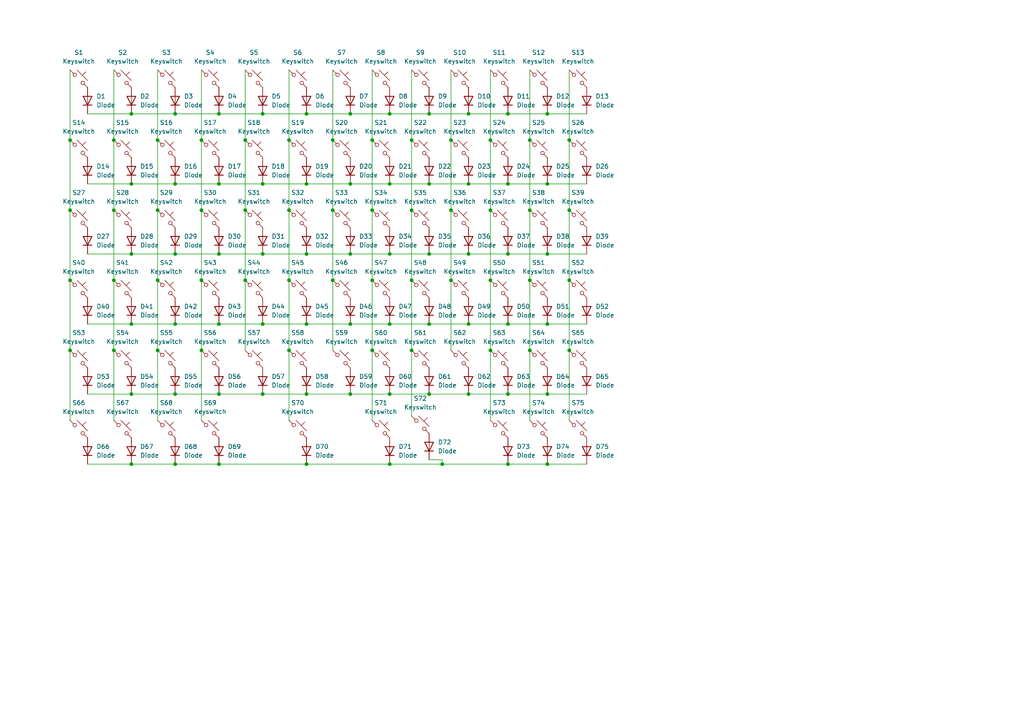
<source format=kicad_sch>
(kicad_sch (version 20230121) (generator eeschema)
  (paper "A4")
  (junction (at 101.6 33.02))
  (junction (at 153.67 40.64))
  (junction (at 158.75 73.66))
  (junction (at 107.95 40.64))
  (junction (at 153.67 81.28))
  (junction (at 50.8 134.62))
  (junction (at 50.8 93.98))
  (junction (at 71.12 40.64))
  (junction (at 113.03 93.98))
  (junction (at 96.52 40.64))
  (junction (at 38.1 93.98))
  (junction (at 101.6 93.98))
  (junction (at 113.03 134.62))
  (junction (at 107.95 60.96))
  (junction (at 165.1 40.64))
  (junction (at 76.2 114.3))
  (junction (at 63.5 73.66))
  (junction (at 165.1 101.6))
  (junction (at 147.32 33.02))
  (junction (at 124.46 53.34))
  (junction (at 38.1 53.34))
  (junction (at 158.75 53.34))
  (junction (at 38.1 134.62))
  (junction (at 130.81 60.96))
  (junction (at 88.9 53.34))
  (junction (at 63.5 53.34))
  (junction (at 76.2 93.98))
  (junction (at 38.1 73.66))
  (junction (at 158.75 33.02))
  (junction (at 128.27 134.62))
  (junction (at 88.9 93.98))
  (junction (at 20.32 60.96))
  (junction (at 101.6 73.66))
  (junction (at 45.72 101.6))
  (junction (at 119.38 40.64))
  (junction (at 113.03 53.34))
  (junction (at 71.12 60.96))
  (junction (at 130.81 81.28))
  (junction (at 50.8 53.34))
  (junction (at 38.1 114.3))
  (junction (at 135.89 93.98))
  (junction (at 158.75 134.62))
  (junction (at 76.2 73.66))
  (junction (at 45.72 60.96))
  (junction (at 135.89 114.3))
  (junction (at 50.8 33.02))
  (junction (at 107.95 101.6))
  (junction (at 135.89 33.02))
  (junction (at 83.82 101.6))
  (junction (at 119.38 81.28))
  (junction (at 20.32 40.64))
  (junction (at 101.6 53.34))
  (junction (at 83.82 60.96))
  (junction (at 147.32 53.34))
  (junction (at 88.9 114.3))
  (junction (at 113.03 114.3))
  (junction (at 101.6 114.3))
  (junction (at 96.52 81.28))
  (junction (at 124.46 33.02))
  (junction (at 107.95 81.28))
  (junction (at 58.42 101.6))
  (junction (at 124.46 73.66))
  (junction (at 142.24 81.28))
  (junction (at 88.9 73.66))
  (junction (at 147.32 114.3))
  (junction (at 45.72 81.28))
  (junction (at 158.75 114.3))
  (junction (at 33.02 40.64))
  (junction (at 147.32 93.98))
  (junction (at 142.24 60.96))
  (junction (at 20.32 101.6))
  (junction (at 113.03 33.02))
  (junction (at 50.8 73.66))
  (junction (at 63.5 114.3))
  (junction (at 38.1 33.02))
  (junction (at 142.24 40.64))
  (junction (at 33.02 81.28))
  (junction (at 63.5 93.98))
  (junction (at 33.02 101.6))
  (junction (at 153.67 101.6))
  (junction (at 83.82 40.64))
  (junction (at 119.38 60.96))
  (junction (at 63.5 33.02))
  (junction (at 153.67 60.96))
  (junction (at 124.46 93.98))
  (junction (at 135.89 73.66))
  (junction (at 58.42 81.28))
  (junction (at 158.75 93.98))
  (junction (at 142.24 101.6))
  (junction (at 71.12 81.28))
  (junction (at 96.52 60.96))
  (junction (at 135.89 53.34))
  (junction (at 147.32 73.66))
  (junction (at 147.32 134.62))
  (junction (at 58.42 60.96))
  (junction (at 20.32 81.28))
  (junction (at 76.2 53.34))
  (junction (at 45.72 40.64))
  (junction (at 88.9 33.02))
  (junction (at 113.03 73.66))
  (junction (at 165.1 81.28))
  (junction (at 88.9 134.62))
  (junction (at 165.1 60.96))
  (junction (at 124.46 114.3))
  (junction (at 130.81 40.64))
  (junction (at 33.02 60.96))
  (junction (at 63.5 134.62))
  (junction (at 58.42 40.64))
  (junction (at 83.82 81.28))
  (junction (at 76.2 33.02))
  (junction (at 50.8 114.3))
  (junction (at 119.38 101.6))
  (wire (pts (xy 50.8 53.34) (xy 63.5 53.34)))
  (wire (pts (xy 124.46 33.02) (xy 135.89 33.02)))
  (wire (pts (xy 142.24 60.96) (xy 142.24 81.28)))
  (wire (pts (xy 142.24 40.64) (xy 142.24 60.96)))
  (wire (pts (xy 147.32 93.98) (xy 158.75 93.98)))
  (wire (pts (xy 25.4 134.62) (xy 38.1 134.62)))
  (wire (pts (xy 33.02 20.32) (xy 33.02 40.64)))
  (wire (pts (xy 165.1 81.28) (xy 165.1 101.6)))
  (wire (pts (xy 50.8 93.98) (xy 63.5 93.98)))
  (wire (pts (xy 128.27 134.62) (xy 147.32 134.62)))
  (wire (pts (xy 165.1 60.96) (xy 165.1 81.28)))
  (wire (pts (xy 71.12 40.64) (xy 71.12 60.96)))
  (wire (pts (xy 83.82 20.32) (xy 83.82 40.64)))
  (wire (pts (xy 124.46 114.3) (xy 135.89 114.3)))
  (wire (pts (xy 165.1 101.6) (xy 165.1 121.92)))
  (wire (pts (xy 142.24 20.32) (xy 142.24 40.64)))
  (wire (pts (xy 50.8 33.02) (xy 63.5 33.02)))
  (wire (pts (xy 20.32 101.6) (xy 20.32 121.92)))
  (wire (pts (xy 107.95 20.32) (xy 107.95 40.64)))
  (wire (pts (xy 88.9 114.3) (xy 101.6 114.3)))
  (wire (pts (xy 165.1 40.64) (xy 165.1 60.96)))
  (wire (pts (xy 135.89 93.98) (xy 147.32 93.98)))
  (wire (pts (xy 63.5 73.66) (xy 76.2 73.66)))
  (wire (pts (xy 71.12 20.32) (xy 71.12 40.64)))
  (wire (pts (xy 113.03 114.3) (xy 124.46 114.3)))
  (wire (pts (xy 63.5 93.98) (xy 76.2 93.98)))
  (wire (pts (xy 101.6 114.3) (xy 113.03 114.3)))
  (wire (pts (xy 107.95 81.28) (xy 107.95 101.6)))
  (wire (pts (xy 58.42 81.28) (xy 58.42 101.6)))
  (wire (pts (xy 38.1 53.34) (xy 50.8 53.34)))
  (wire (pts (xy 130.81 40.64) (xy 130.81 60.96)))
  (wire (pts (xy 147.32 114.3) (xy 135.89 114.3)))
  (wire (pts (xy 135.89 73.66) (xy 147.32 73.66)))
  (wire (pts (xy 128.27 133.35) (xy 128.27 134.62)))
  (wire (pts (xy 119.38 81.28) (xy 119.38 101.6)))
  (wire (pts (xy 153.67 40.64) (xy 153.67 60.96)))
  (wire (pts (xy 63.5 33.02) (xy 76.2 33.02)))
  (wire (pts (xy 50.8 134.62) (xy 63.5 134.62)))
  (wire (pts (xy 25.4 53.34) (xy 38.1 53.34)))
  (wire (pts (xy 76.2 33.02) (xy 88.9 33.02)))
  (wire (pts (xy 58.42 40.64) (xy 58.42 60.96)))
  (wire (pts (xy 124.46 73.66) (xy 135.89 73.66)))
  (wire (pts (xy 124.46 53.34) (xy 135.89 53.34)))
  (wire (pts (xy 76.2 53.34) (xy 88.9 53.34)))
  (wire (pts (xy 71.12 81.28) (xy 71.12 101.6)))
  (wire (pts (xy 147.32 73.66) (xy 158.75 73.66)))
  (wire (pts (xy 142.24 101.6) (xy 142.24 121.92)))
  (wire (pts (xy 96.52 20.32) (xy 96.52 40.64)))
  (wire (pts (xy 33.02 101.6) (xy 33.02 121.92)))
  (wire (pts (xy 38.1 134.62) (xy 50.8 134.62)))
  (wire (pts (xy 58.42 20.32) (xy 58.42 40.64)))
  (wire (pts (xy 119.38 20.32) (xy 119.38 40.64)))
  (wire (pts (xy 76.2 93.98) (xy 88.9 93.98)))
  (wire (pts (xy 33.02 81.28) (xy 33.02 101.6)))
  (wire (pts (xy 50.8 73.66) (xy 63.5 73.66)))
  (wire (pts (xy 45.72 20.32) (xy 45.72 40.64)))
  (wire (pts (xy 124.46 133.35) (xy 128.27 133.35)))
  (wire (pts (xy 113.03 33.02) (xy 124.46 33.02)))
  (wire (pts (xy 96.52 81.28) (xy 96.52 101.6)))
  (wire (pts (xy 45.72 101.6) (xy 45.72 121.92)))
  (wire (pts (xy 88.9 33.02) (xy 101.6 33.02)))
  (wire (pts (xy 33.02 60.96) (xy 33.02 81.28)))
  (wire (pts (xy 147.32 53.34) (xy 158.75 53.34)))
  (wire (pts (xy 96.52 40.64) (xy 96.52 60.96)))
  (wire (pts (xy 88.9 73.66) (xy 101.6 73.66)))
  (wire (pts (xy 130.81 20.32) (xy 130.81 40.64)))
  (wire (pts (xy 45.72 81.28) (xy 45.72 101.6)))
  (wire (pts (xy 119.38 60.96) (xy 119.38 81.28)))
  (wire (pts (xy 33.02 40.64) (xy 33.02 60.96)))
  (wire (pts (xy 147.32 33.02) (xy 158.75 33.02)))
  (wire (pts (xy 63.5 53.34) (xy 76.2 53.34)))
  (wire (pts (xy 135.89 33.02) (xy 147.32 33.02)))
  (wire (pts (xy 107.95 40.64) (xy 107.95 60.96)))
  (wire (pts (xy 83.82 81.28) (xy 83.82 101.6)))
  (wire (pts (xy 158.75 134.62) (xy 170.18 134.62)))
  (wire (pts (xy 124.46 93.98) (xy 135.89 93.98)))
  (wire (pts (xy 25.4 93.98) (xy 38.1 93.98)))
  (wire (pts (xy 101.6 33.02) (xy 113.03 33.02)))
  (wire (pts (xy 147.32 114.3) (xy 158.75 114.3)))
  (wire (pts (xy 101.6 93.98) (xy 113.03 93.98)))
  (wire (pts (xy 71.12 60.96) (xy 71.12 81.28)))
  (wire (pts (xy 20.32 81.28) (xy 20.32 101.6)))
  (wire (pts (xy 45.72 60.96) (xy 45.72 81.28)))
  (wire (pts (xy 113.03 93.98) (xy 124.46 93.98)))
  (wire (pts (xy 20.32 60.96) (xy 20.32 81.28)))
  (wire (pts (xy 25.4 114.3) (xy 38.1 114.3)))
  (wire (pts (xy 38.1 93.98) (xy 50.8 93.98)))
  (wire (pts (xy 20.32 20.32) (xy 20.32 40.64)))
  (wire (pts (xy 88.9 93.98) (xy 101.6 93.98)))
  (wire (pts (xy 119.38 40.64) (xy 119.38 60.96)))
  (wire (pts (xy 83.82 101.6) (xy 83.82 121.92)))
  (wire (pts (xy 38.1 73.66) (xy 50.8 73.66)))
  (wire (pts (xy 130.81 81.28) (xy 130.81 101.6)))
  (wire (pts (xy 50.8 114.3) (xy 63.5 114.3)))
  (wire (pts (xy 153.67 81.28) (xy 153.67 101.6)))
  (wire (pts (xy 135.89 53.34) (xy 147.32 53.34)))
  (wire (pts (xy 101.6 73.66) (xy 113.03 73.66)))
  (wire (pts (xy 58.42 60.96) (xy 58.42 81.28)))
  (wire (pts (xy 142.24 81.28) (xy 142.24 101.6)))
  (wire (pts (xy 63.5 134.62) (xy 88.9 134.62)))
  (wire (pts (xy 147.32 134.62) (xy 158.75 134.62)))
  (wire (pts (xy 76.2 114.3) (xy 88.9 114.3)))
  (wire (pts (xy 113.03 73.66) (xy 124.46 73.66)))
  (wire (pts (xy 88.9 53.34) (xy 101.6 53.34)))
  (wire (pts (xy 153.67 60.96) (xy 153.67 81.28)))
  (wire (pts (xy 96.52 60.96) (xy 96.52 81.28)))
  (wire (pts (xy 158.75 114.3) (xy 170.18 114.3)))
  (wire (pts (xy 25.4 73.66) (xy 38.1 73.66)))
  (wire (pts (xy 119.38 101.6) (xy 119.38 120.65)))
  (wire (pts (xy 63.5 114.3) (xy 76.2 114.3)))
  (wire (pts (xy 76.2 73.66) (xy 88.9 73.66)))
  (wire (pts (xy 107.95 60.96) (xy 107.95 81.28)))
  (wire (pts (xy 158.75 53.34) (xy 170.18 53.34)))
  (wire (pts (xy 113.03 134.62) (xy 128.27 134.62)))
  (wire (pts (xy 88.9 134.62) (xy 113.03 134.62)))
  (wire (pts (xy 25.4 33.02) (xy 38.1 33.02)))
  (wire (pts (xy 153.67 20.32) (xy 153.67 40.64)))
  (wire (pts (xy 38.1 114.3) (xy 50.8 114.3)))
  (wire (pts (xy 165.1 20.32) (xy 165.1 40.64)))
  (wire (pts (xy 20.32 40.64) (xy 20.32 60.96)))
  (wire (pts (xy 83.82 60.96) (xy 83.82 81.28)))
  (wire (pts (xy 158.75 73.66) (xy 170.18 73.66)))
  (wire (pts (xy 101.6 53.34) (xy 113.03 53.34)))
  (wire (pts (xy 107.95 101.6) (xy 107.95 121.92)))
  (wire (pts (xy 130.81 60.96) (xy 130.81 81.28)))
  (wire (pts (xy 45.72 40.64) (xy 45.72 60.96)))
  (wire (pts (xy 113.03 53.34) (xy 124.46 53.34)))
  (wire (pts (xy 158.75 93.98) (xy 170.18 93.98)))
  (wire (pts (xy 38.1 33.02) (xy 50.8 33.02)))
  (wire (pts (xy 153.67 121.92) (xy 153.67 101.6)))
  (wire (pts (xy 158.75 33.02) (xy 170.18 33.02)))
  (wire (pts (xy 83.82 40.64) (xy 83.82 60.96)))
  (wire (pts (xy 58.42 101.6) (xy 58.42 121.92)))
  (symbol (lib_id "ScottoKeebs:Placeholder_Keyswitch") (at 121.92 104.14 0) (unit 1)
    (property "Reference" "S61" (at 121.92 96.52 0))
    (property "Value" "Keyswitch" (at 121.92 99.06 0))
    (property "Footprint" "ScottoKeebs_Hotswap:Hotswap_MX_1.00u" (effects hide))
  )
  (symbol (lib_id "ScottoKeebs:Placeholder_Diode") (at 63.5 90.17 90) (unit 1)
    (property "Reference" "D43" (at 66.04 88.9 90) (effects (justify right)))
    (property "Value" "Diode" (at 66.04 91.44 90) (effects (justify right)))
    (property "Footprint" "ScottoKeebs_Components:Diode_SOD-123" (effects hide))
    (property "Sim.Device" "D" (effects hide))
    (property "Sim.Pins" "1=K 2=A" (effects hide))
  )
  (symbol (lib_id "ScottoKeebs:Placeholder_Diode") (at 63.5 130.81 90) (unit 1)
    (property "Reference" "D69" (at 66.04 129.54 90) (effects (justify right)))
    (property "Value" "Diode" (at 66.04 132.08 90) (effects (justify right)))
    (property "Footprint" "ScottoKeebs_Components:Diode_SOD-123" (effects hide))
    (property "Sim.Device" "D" (effects hide))
    (property "Sim.Pins" "1=K 2=A" (effects hide))
  )
  (symbol (lib_id "ScottoKeebs:Placeholder_Keyswitch") (at 121.92 22.86 0) (unit 1)
    (property "Reference" "S9" (at 121.92 15.24 0))
    (property "Value" "Keyswitch" (at 121.92 17.78 0))
    (property "Footprint" "ScottoKeebs_Hotswap:Hotswap_MX_1.00u" (effects hide))
  )
  (symbol (lib_id "ScottoKeebs:Placeholder_Keyswitch") (at 35.56 22.86 0) (unit 1)
    (property "Reference" "S2" (at 35.56 15.24 0))
    (property "Value" "Keyswitch" (at 35.56 17.78 0))
    (property "Footprint" "ScottoKeebs_Hotswap:Hotswap_MX_1.00u" (effects hide))
  )
  (symbol (lib_id "ScottoKeebs:Placeholder_Keyswitch") (at 121.92 63.5 0) (unit 1)
    (property "Reference" "S35" (at 121.92 55.88 0))
    (property "Value" "Keyswitch" (at 121.92 58.42 0))
    (property "Footprint" "ScottoKeebs_Hotswap:Hotswap_MX_1.00u" (effects hide))
  )
  (symbol (lib_id "ScottoKeebs:Placeholder_Diode") (at 101.6 110.49 90) (unit 1)
    (property "Reference" "D59" (at 104.14 109.22 90) (effects (justify right)))
    (property "Value" "Diode" (at 104.14 111.76 90) (effects (justify right)))
    (property "Footprint" "ScottoKeebs_Components:Diode_SOD-123" (effects hide))
    (property "Sim.Device" "D" (effects hide))
    (property "Sim.Pins" "1=K 2=A" (effects hide))
  )
  (symbol (lib_id "ScottoKeebs:Placeholder_Diode") (at 38.1 49.53 90) (unit 1)
    (property "Reference" "D15" (at 40.64 48.26 90) (effects (justify right)))
    (property "Value" "Diode" (at 40.64 50.8 90) (effects (justify right)))
    (property "Footprint" "ScottoKeebs_Components:Diode_SOD-123" (effects hide))
    (property "Sim.Device" "D" (effects hide))
    (property "Sim.Pins" "1=K 2=A" (effects hide))
  )
  (symbol (lib_id "ScottoKeebs:Placeholder_Diode") (at 63.5 69.85 90) (unit 1)
    (property "Reference" "D30" (at 66.04 68.58 90) (effects (justify right)))
    (property "Value" "Diode" (at 66.04 71.12 90) (effects (justify right)))
    (property "Footprint" "ScottoKeebs_Components:Diode_SOD-123" (effects hide))
    (property "Sim.Device" "D" (effects hide))
    (property "Sim.Pins" "1=K 2=A" (effects hide))
  )
  (symbol (lib_id "ScottoKeebs:Placeholder_Diode") (at 113.03 29.21 90) (unit 1)
    (property "Reference" "D8" (at 115.57 27.94 90) (effects (justify right)))
    (property "Value" "Diode" (at 115.57 30.48 90) (effects (justify right)))
    (property "Footprint" "ScottoKeebs_Components:Diode_SOD-123" (effects hide))
    (property "Sim.Device" "D" (effects hide))
    (property "Sim.Pins" "1=K 2=A" (effects hide))
  )
  (symbol (lib_id "ScottoKeebs:Placeholder_Diode") (at 50.8 130.81 90) (unit 1)
    (property "Reference" "D68" (at 53.34 129.54 90) (effects (justify right)))
    (property "Value" "Diode" (at 53.34 132.08 90) (effects (justify right)))
    (property "Footprint" "ScottoKeebs_Components:Diode_SOD-123" (effects hide))
    (property "Sim.Device" "D" (effects hide))
    (property "Sim.Pins" "1=K 2=A" (effects hide))
  )
  (symbol (lib_id "ScottoKeebs:Placeholder_Keyswitch") (at 144.78 124.46 0) (unit 1)
    (property "Reference" "S73" (at 144.78 116.84 0))
    (property "Value" "Keyswitch" (at 144.78 119.38 0))
    (property "Footprint" "ScottoKeebs_Hotswap:Hotswap_MX_1.25u" (effects hide))
  )
  (symbol (lib_id "ScottoKeebs:Placeholder_Diode") (at 147.32 49.53 90) (unit 1)
    (property "Reference" "D24" (at 149.86 48.26 90) (effects (justify right)))
    (property "Value" "Diode" (at 149.86 50.8 90) (effects (justify right)))
    (property "Footprint" "ScottoKeebs_Components:Diode_SOD-123" (effects hide))
    (property "Sim.Device" "D" (effects hide))
    (property "Sim.Pins" "1=K 2=A" (effects hide))
  )
  (symbol (lib_id "ScottoKeebs:Placeholder_Diode") (at 101.6 90.17 90) (unit 1)
    (property "Reference" "D46" (at 104.14 88.9 90) (effects (justify right)))
    (property "Value" "Diode" (at 104.14 91.44 90) (effects (justify right)))
    (property "Footprint" "ScottoKeebs_Components:Diode_SOD-123" (effects hide))
    (property "Sim.Device" "D" (effects hide))
    (property "Sim.Pins" "1=K 2=A" (effects hide))
  )
  (symbol (lib_id "ScottoKeebs:Placeholder_Keyswitch") (at 121.92 43.18 0) (unit 1)
    (property "Reference" "S22" (at 121.92 35.56 0))
    (property "Value" "Keyswitch" (at 121.92 38.1 0))
    (property "Footprint" "ScottoKeebs_Hotswap:Hotswap_MX_1.00u" (effects hide))
  )
  (symbol (lib_id "ScottoKeebs:Placeholder_Keyswitch") (at 156.21 104.14 0) (unit 1)
    (property "Reference" "S64" (at 156.21 96.52 0))
    (property "Value" "Keyswitch" (at 156.21 99.06 0))
    (property "Footprint" "ScottoKeebs_Hotswap:Hotswap_MX_1.00u" (effects hide))
  )
  (symbol (lib_id "ScottoKeebs:Placeholder_Keyswitch") (at 99.06 104.14 0) (unit 1)
    (property "Reference" "S59" (at 99.06 96.52 0))
    (property "Value" "Keyswitch" (at 99.06 99.06 0))
    (property "Footprint" "ScottoKeebs_Hotswap:Hotswap_MX_1.00u" (effects hide))
  )
  (symbol (lib_id "ScottoKeebs:Placeholder_Diode") (at 50.8 110.49 90) (unit 1)
    (property "Reference" "D55" (at 53.34 109.22 90) (effects (justify right)))
    (property "Value" "Diode" (at 53.34 111.76 90) (effects (justify right)))
    (property "Footprint" "ScottoKeebs_Components:Diode_SOD-123" (effects hide))
    (property "Sim.Device" "D" (effects hide))
    (property "Sim.Pins" "1=K 2=A" (effects hide))
  )
  (symbol (lib_id "ScottoKeebs:Placeholder_Diode") (at 38.1 69.85 90) (unit 1)
    (property "Reference" "D28" (at 40.64 68.58 90) (effects (justify right)))
    (property "Value" "Diode" (at 40.64 71.12 90) (effects (justify right)))
    (property "Footprint" "ScottoKeebs_Components:Diode_SOD-123" (effects hide))
    (property "Sim.Device" "D" (effects hide))
    (property "Sim.Pins" "1=K 2=A" (effects hide))
  )
  (symbol (lib_id "ScottoKeebs:Placeholder_Diode") (at 76.2 90.17 90) (unit 1)
    (property "Reference" "D44" (at 78.74 88.9 90) (effects (justify right)))
    (property "Value" "Diode" (at 78.74 91.44 90) (effects (justify right)))
    (property "Footprint" "ScottoKeebs_Components:Diode_SOD-123" (effects hide))
    (property "Sim.Device" "D" (effects hide))
    (property "Sim.Pins" "1=K 2=A" (effects hide))
  )
  (symbol (lib_id "ScottoKeebs:Placeholder_Keyswitch") (at 121.92 83.82 0) (unit 1)
    (property "Reference" "S48" (at 121.92 76.2 0))
    (property "Value" "Keyswitch" (at 121.92 78.74 0))
    (property "Footprint" "ScottoKeebs_Hotswap:Hotswap_MX_1.00u" (effects hide))
  )
  (symbol (lib_id "ScottoKeebs:Placeholder_Diode") (at 147.32 29.21 90) (unit 1)
    (property "Reference" "D11" (at 149.86 27.94 90) (effects (justify right)))
    (property "Value" "Diode" (at 149.86 30.48 90) (effects (justify right)))
    (property "Footprint" "ScottoKeebs_Components:Diode_SOD-123" (effects hide))
    (property "Sim.Device" "D" (effects hide))
    (property "Sim.Pins" "1=K 2=A" (effects hide))
  )
  (symbol (lib_id "ScottoKeebs:Placeholder_Keyswitch") (at 167.64 63.5 0) (unit 1)
    (property "Reference" "S39" (at 167.64 55.88 0))
    (property "Value" "Keyswitch" (at 167.64 58.42 0))
    (property "Footprint" "ScottoKeebs_Hotswap:Hotswap_MX_1.00u" (effects hide))
  )
  (symbol (lib_id "ScottoKeebs:Placeholder_Keyswitch") (at 144.78 104.14 0) (unit 1)
    (property "Reference" "S63" (at 144.78 96.52 0))
    (property "Value" "Keyswitch" (at 144.78 99.06 0))
    (property "Footprint" "ScottoKeebs_Hotswap:Hotswap_MX_1.00u" (effects hide))
  )
  (symbol (lib_id "ScottoKeebs:Placeholder_Keyswitch") (at 22.86 43.18 0) (unit 1)
    (property "Reference" "S14" (at 22.86 35.56 0))
    (property "Value" "Keyswitch" (at 22.86 38.1 0))
    (property "Footprint" "ScottoKeebs_Hotswap:Hotswap_MX_1.00u" (effects hide))
  )
  (symbol (lib_id "ScottoKeebs:Placeholder_Diode") (at 147.32 69.85 90) (unit 1)
    (property "Reference" "D37" (at 149.86 68.58 90) (effects (justify right)))
    (property "Value" "Diode" (at 149.86 71.12 90) (effects (justify right)))
    (property "Footprint" "ScottoKeebs_Components:Diode_SOD-123" (effects hide))
    (property "Sim.Device" "D" (effects hide))
    (property "Sim.Pins" "1=K 2=A" (effects hide))
  )
  (symbol (lib_id "ScottoKeebs:Placeholder_Diode") (at 88.9 49.53 90) (unit 1)
    (property "Reference" "D19" (at 91.44 48.26 90) (effects (justify right)))
    (property "Value" "Diode" (at 91.44 50.8 90) (effects (justify right)))
    (property "Footprint" "ScottoKeebs_Components:Diode_SOD-123" (effects hide))
    (property "Sim.Device" "D" (effects hide))
    (property "Sim.Pins" "1=K 2=A" (effects hide))
  )
  (symbol (lib_id "ScottoKeebs:Placeholder_Diode") (at 170.18 130.81 90) (unit 1)
    (property "Reference" "D75" (at 172.72 129.54 90) (effects (justify right)))
    (property "Value" "Diode" (at 172.72 132.08 90) (effects (justify right)))
    (property "Footprint" "ScottoKeebs_Components:Diode_SOD-123" (effects hide))
    (property "Sim.Device" "D" (effects hide))
    (property "Sim.Pins" "1=K 2=A" (effects hide))
  )
  (symbol (lib_id "ScottoKeebs:Placeholder_Keyswitch") (at 167.64 83.82 0) (unit 1)
    (property "Reference" "S52" (at 167.64 76.2 0))
    (property "Value" "Keyswitch" (at 167.64 78.74 0))
    (property "Footprint" "ScottoKeebs_Hotswap:Hotswap_MX_1.00u" (effects hide))
  )
  (symbol (lib_id "ScottoKeebs:Placeholder_Keyswitch") (at 60.96 104.14 0) (unit 1)
    (property "Reference" "S56" (at 60.96 96.52 0))
    (property "Value" "Keyswitch" (at 60.96 99.06 0))
    (property "Footprint" "ScottoKeebs_Hotswap:Hotswap_MX_1.00u" (effects hide))
  )
  (symbol (lib_id "ScottoKeebs:Placeholder_Keyswitch") (at 110.49 104.14 0) (unit 1)
    (property "Reference" "S60" (at 110.49 96.52 0))
    (property "Value" "Keyswitch" (at 110.49 99.06 0))
    (property "Footprint" "ScottoKeebs_Hotswap:Hotswap_MX_1.00u" (effects hide))
  )
  (symbol (lib_id "ScottoKeebs:Placeholder_Keyswitch") (at 60.96 22.86 0) (unit 1)
    (property "Reference" "S4" (at 60.96 15.24 0))
    (property "Value" "Keyswitch" (at 60.96 17.78 0))
    (property "Footprint" "ScottoKeebs_Hotswap:Hotswap_MX_1.00u" (effects hide))
  )
  (symbol (lib_id "ScottoKeebs:Placeholder_Keyswitch") (at 86.36 104.14 0) (unit 1)
    (property "Reference" "S58" (at 86.36 96.52 0))
    (property "Value" "Keyswitch" (at 86.36 99.06 0))
    (property "Footprint" "ScottoKeebs_Hotswap:Hotswap_MX_1.00u" (effects hide))
  )
  (symbol (lib_id "ScottoKeebs:Placeholder_Diode") (at 147.32 110.49 90) (unit 1)
    (property "Reference" "D63" (at 149.86 109.22 90) (effects (justify right)))
    (property "Value" "Diode" (at 149.86 111.76 90) (effects (justify right)))
    (property "Footprint" "ScottoKeebs_Components:Diode_SOD-123" (effects hide))
    (property "Sim.Device" "D" (effects hide))
    (property "Sim.Pins" "1=K 2=A" (effects hide))
  )
  (symbol (lib_id "ScottoKeebs:Placeholder_Keyswitch") (at 22.86 22.86 0) (unit 1)
    (property "Reference" "S1" (at 22.86 15.24 0))
    (property "Value" "Keyswitch" (at 22.86 17.78 0))
    (property "Footprint" "ScottoKeebs_Hotswap:Hotswap_MX_1.00u" (effects hide))
  )
  (symbol (lib_id "ScottoKeebs:Placeholder_Keyswitch") (at 48.26 43.18 0) (unit 1)
    (property "Reference" "S16" (at 48.26 35.56 0))
    (property "Value" "Keyswitch" (at 48.26 38.1 0))
    (property "Footprint" "ScottoKeebs_Hotswap:Hotswap_MX_1.00u" (effects hide))
  )
  (symbol (lib_id "ScottoKeebs:Placeholder_Diode") (at 158.75 29.21 90) (unit 1)
    (property "Reference" "D12" (at 161.29 27.94 90) (effects (justify right)))
    (property "Value" "Diode" (at 161.29 30.48 90) (effects (justify right)))
    (property "Footprint" "ScottoKeebs_Components:Diode_SOD-123" (effects hide))
    (property "Sim.Device" "D" (effects hide))
    (property "Sim.Pins" "1=K 2=A" (effects hide))
  )
  (symbol (lib_id "ScottoKeebs:Placeholder_Keyswitch") (at 48.26 63.5 0) (unit 1)
    (property "Reference" "S29" (at 48.26 55.88 0))
    (property "Value" "Keyswitch" (at 48.26 58.42 0))
    (property "Footprint" "ScottoKeebs_Hotswap:Hotswap_MX_1.00u" (effects hide))
  )
  (symbol (lib_id "ScottoKeebs:Placeholder_Keyswitch") (at 167.64 22.86 0) (unit 1)
    (property "Reference" "S13" (at 167.64 15.24 0))
    (property "Value" "Keyswitch" (at 167.64 17.78 0))
    (property "Footprint" "ScottoKeebs_Hotswap:Hotswap_MX_1.00u" (effects hide))
  )
  (symbol (lib_id "ScottoKeebs:Placeholder_Keyswitch") (at 86.36 22.86 0) (unit 1)
    (property "Reference" "S6" (at 86.36 15.24 0))
    (property "Value" "Keyswitch" (at 86.36 17.78 0))
    (property "Footprint" "ScottoKeebs_Hotswap:Hotswap_MX_1.00u" (effects hide))
  )
  (symbol (lib_id "ScottoKeebs:Placeholder_Keyswitch") (at 22.86 63.5 0) (unit 1)
    (property "Reference" "S27" (at 22.86 55.88 0))
    (property "Value" "Keyswitch" (at 22.86 58.42 0))
    (property "Footprint" "ScottoKeebs_Hotswap:Hotswap_MX_1.00u" (effects hide))
  )
  (symbol (lib_id "ScottoKeebs:Placeholder_Diode") (at 113.03 90.17 90) (unit 1)
    (property "Reference" "D47" (at 115.57 88.9 90) (effects (justify right)))
    (property "Value" "Diode" (at 115.57 91.44 90) (effects (justify right)))
    (property "Footprint" "ScottoKeebs_Components:Diode_SOD-123" (effects hide))
    (property "Sim.Device" "D" (effects hide))
    (property "Sim.Pins" "1=K 2=A" (effects hide))
  )
  (symbol (lib_id "ScottoKeebs:Placeholder_Keyswitch") (at 110.49 43.18 0) (unit 1)
    (property "Reference" "S21" (at 110.49 35.56 0))
    (property "Value" "Keyswitch" (at 110.49 38.1 0))
    (property "Footprint" "ScottoKeebs_Hotswap:Hotswap_MX_1.00u" (effects hide))
  )
  (symbol (lib_id "ScottoKeebs:Placeholder_Diode") (at 88.9 130.81 90) (unit 1)
    (property "Reference" "D70" (at 91.44 129.54 90) (effects (justify right)))
    (property "Value" "Diode" (at 91.44 132.08 90) (effects (justify right)))
    (property "Footprint" "ScottoKeebs_Components:Diode_SOD-123" (effects hide))
    (property "Sim.Device" "D" (effects hide))
    (property "Sim.Pins" "1=K 2=A" (effects hide))
  )
  (symbol (lib_id "ScottoKeebs:Placeholder_Diode") (at 50.8 69.85 90) (unit 1)
    (property "Reference" "D29" (at 53.34 68.58 90) (effects (justify right)))
    (property "Value" "Diode" (at 53.34 71.12 90) (effects (justify right)))
    (property "Footprint" "ScottoKeebs_Components:Diode_SOD-123" (effects hide))
    (property "Sim.Device" "D" (effects hide))
    (property "Sim.Pins" "1=K 2=A" (effects hide))
  )
  (symbol (lib_id "ScottoKeebs:Placeholder_Keyswitch") (at 133.35 83.82 0) (unit 1)
    (property "Reference" "S49" (at 133.35 76.2 0))
    (property "Value" "Keyswitch" (at 133.35 78.74 0))
    (property "Footprint" "ScottoKeebs_Hotswap:Hotswap_MX_1.00u" (effects hide))
  )
  (symbol (lib_id "ScottoKeebs:Placeholder_Keyswitch") (at 144.78 63.5 0) (unit 1)
    (property "Reference" "S37" (at 144.78 55.88 0))
    (property "Value" "Keyswitch" (at 144.78 58.42 0))
    (property "Footprint" "ScottoKeebs_Hotswap:Hotswap_MX_1.00u" (effects hide))
  )
  (symbol (lib_id "ScottoKeebs:Placeholder_Keyswitch") (at 60.96 63.5 0) (unit 1)
    (property "Reference" "S30" (at 60.96 55.88 0))
    (property "Value" "Keyswitch" (at 60.96 58.42 0))
    (property "Footprint" "ScottoKeebs_Hotswap:Hotswap_MX_1.00u" (effects hide))
  )
  (symbol (lib_id "ScottoKeebs:Placeholder_Diode") (at 124.46 110.49 90) (unit 1)
    (property "Reference" "D61" (at 127 109.22 90) (effects (justify right)))
    (property "Value" "Diode" (at 127 111.76 90) (effects (justify right)))
    (property "Footprint" "ScottoKeebs_Components:Diode_SOD-123" (effects hide))
    (property "Sim.Device" "D" (effects hide))
    (property "Sim.Pins" "1=K 2=A" (effects hide))
  )
  (symbol (lib_id "ScottoKeebs:Placeholder_Diode") (at 101.6 49.53 90) (unit 1)
    (property "Reference" "D20" (at 104.14 48.26 90) (effects (justify right)))
    (property "Value" "Diode" (at 104.14 50.8 90) (effects (justify right)))
    (property "Footprint" "ScottoKeebs_Components:Diode_SOD-123" (effects hide))
    (property "Sim.Device" "D" (effects hide))
    (property "Sim.Pins" "1=K 2=A" (effects hide))
  )
  (symbol (lib_id "ScottoKeebs:Placeholder_Keyswitch") (at 144.78 22.86 0) (unit 1)
    (property "Reference" "S11" (at 144.78 15.24 0))
    (property "Value" "Keyswitch" (at 144.78 17.78 0))
    (property "Footprint" "ScottoKeebs_Hotswap:Hotswap_MX_1.00u" (effects hide))
  )
  (symbol (lib_id "ScottoKeebs:Placeholder_Diode") (at 38.1 130.81 90) (unit 1)
    (property "Reference" "D67" (at 40.64 129.54 90) (effects (justify right)))
    (property "Value" "Diode" (at 40.64 132.08 90) (effects (justify right)))
    (property "Footprint" "ScottoKeebs_Components:Diode_SOD-123" (effects hide))
    (property "Sim.Device" "D" (effects hide))
    (property "Sim.Pins" "1=K 2=A" (effects hide))
  )
  (symbol (lib_id "ScottoKeebs:Placeholder_Keyswitch") (at 73.66 22.86 0) (unit 1)
    (property "Reference" "S5" (at 73.66 15.24 0))
    (property "Value" "Keyswitch" (at 73.66 17.78 0))
    (property "Footprint" "ScottoKeebs_Hotswap:Hotswap_MX_1.00u" (effects hide))
  )
  (symbol (lib_id "ScottoKeebs:Placeholder_Diode") (at 38.1 90.17 90) (unit 1)
    (property "Reference" "D41" (at 40.64 88.9 90) (effects (justify right)))
    (property "Value" "Diode" (at 40.64 91.44 90) (effects (justify right)))
    (property "Footprint" "ScottoKeebs_Components:Diode_SOD-123" (effects hide))
    (property "Sim.Device" "D" (effects hide))
    (property "Sim.Pins" "1=K 2=A" (effects hide))
  )
  (symbol (lib_id "ScottoKeebs:Placeholder_Diode") (at 88.9 69.85 90) (unit 1)
    (property "Reference" "D32" (at 91.44 68.58 90) (effects (justify right)))
    (property "Value" "Diode" (at 91.44 71.12 90) (effects (justify right)))
    (property "Footprint" "ScottoKeebs_Components:Diode_SOD-123" (effects hide))
    (property "Sim.Device" "D" (effects hide))
    (property "Sim.Pins" "1=K 2=A" (effects hide))
  )
  (symbol (lib_id "ScottoKeebs:Placeholder_Keyswitch") (at 156.21 63.5 0) (unit 1)
    (property "Reference" "S38" (at 156.21 55.88 0))
    (property "Value" "Keyswitch" (at 156.21 58.42 0))
    (property "Footprint" "ScottoKeebs_Hotswap:Hotswap_MX_1.00u" (effects hide))
  )
  (symbol (lib_id "ScottoKeebs:Placeholder_Keyswitch") (at 35.56 83.82 0) (unit 1)
    (property "Reference" "S41" (at 35.56 76.2 0))
    (property "Value" "Keyswitch" (at 35.56 78.74 0))
    (property "Footprint" "ScottoKeebs_Hotswap:Hotswap_MX_1.00u" (effects hide))
  )
  (symbol (lib_id "ScottoKeebs:Placeholder_Keyswitch") (at 156.21 83.82 0) (unit 1)
    (property "Reference" "S51" (at 156.21 76.2 0))
    (property "Value" "Keyswitch" (at 156.21 78.74 0))
    (property "Footprint" "ScottoKeebs_Hotswap:Hotswap_MX_1.00u" (effects hide))
  )
  (symbol (lib_id "ScottoKeebs:Placeholder_Keyswitch") (at 156.21 43.18 0) (unit 1)
    (property "Reference" "S25" (at 156.21 35.56 0))
    (property "Value" "Keyswitch" (at 156.21 38.1 0))
    (property "Footprint" "ScottoKeebs_Hotswap:Hotswap_MX_1.00u" (effects hide))
  )
  (symbol (lib_id "ScottoKeebs:Placeholder_Keyswitch") (at 22.86 83.82 0) (unit 1)
    (property "Reference" "S40" (at 22.86 76.2 0))
    (property "Value" "Keyswitch" (at 22.86 78.74 0))
    (property "Footprint" "ScottoKeebs_Hotswap:Hotswap_MX_1.00u" (effects hide))
  )
  (symbol (lib_id "ScottoKeebs:Placeholder_Keyswitch") (at 48.26 83.82 0) (unit 1)
    (property "Reference" "S42" (at 48.26 76.2 0))
    (property "Value" "Keyswitch" (at 48.26 78.74 0))
    (property "Footprint" "ScottoKeebs_Hotswap:Hotswap_MX_1.00u" (effects hide))
  )
  (symbol (lib_id "ScottoKeebs:Placeholder_Diode") (at 113.03 130.81 90) (unit 1)
    (property "Reference" "D71" (at 115.57 129.54 90) (effects (justify right)))
    (property "Value" "Diode" (at 115.57 132.08 90) (effects (justify right)))
    (property "Footprint" "ScottoKeebs_Components:Diode_SOD-123" (effects hide))
    (property "Sim.Device" "D" (effects hide))
    (property "Sim.Pins" "1=K 2=A" (effects hide))
  )
  (symbol (lib_id "ScottoKeebs:Placeholder_Diode") (at 76.2 110.49 90) (unit 1)
    (property "Reference" "D57" (at 78.74 109.22 90) (effects (justify right)))
    (property "Value" "Diode" (at 78.74 111.76 90) (effects (justify right)))
    (property "Footprint" "ScottoKeebs_Components:Diode_SOD-123" (effects hide))
    (property "Sim.Device" "D" (effects hide))
    (property "Sim.Pins" "1=K 2=A" (effects hide))
  )
  (symbol (lib_id "ScottoKeebs:Placeholder_Diode") (at 88.9 29.21 90) (unit 1)
    (property "Reference" "D6" (at 91.44 27.94 90) (effects (justify right)))
    (property "Value" "Diode" (at 91.44 30.48 90) (effects (justify right)))
    (property "Footprint" "ScottoKeebs_Components:Diode_SOD-123" (effects hide))
    (property "Sim.Device" "D" (effects hide))
    (property "Sim.Pins" "1=K 2=A" (effects hide))
  )
  (symbol (lib_id "ScottoKeebs:Placeholder_Keyswitch") (at 48.26 104.14 0) (unit 1)
    (property "Reference" "S55" (at 48.26 96.52 0))
    (property "Value" "Keyswitch" (at 48.26 99.06 0))
    (property "Footprint" "ScottoKeebs_Hotswap:Hotswap_MX_1.00u" (effects hide))
  )
  (symbol (lib_id "ScottoKeebs:Placeholder_Diode") (at 88.9 90.17 90) (unit 1)
    (property "Reference" "D45" (at 91.44 88.9 90) (effects (justify right)))
    (property "Value" "Diode" (at 91.44 91.44 90) (effects (justify right)))
    (property "Footprint" "ScottoKeebs_Components:Diode_SOD-123" (effects hide))
    (property "Sim.Device" "D" (effects hide))
    (property "Sim.Pins" "1=K 2=A" (effects hide))
  )
  (symbol (lib_id "ScottoKeebs:Placeholder_Diode") (at 63.5 49.53 90) (unit 1)
    (property "Reference" "D17" (at 66.04 48.26 90) (effects (justify right)))
    (property "Value" "Diode" (at 66.04 50.8 90) (effects (justify right)))
    (property "Footprint" "ScottoKeebs_Components:Diode_SOD-123" (effects hide))
    (property "Sim.Device" "D" (effects hide))
    (property "Sim.Pins" "1=K 2=A" (effects hide))
  )
  (symbol (lib_id "ScottoKeebs:Placeholder_Keyswitch") (at 35.56 124.46 0) (unit 1)
    (property "Reference" "S67" (at 35.56 116.84 0))
    (property "Value" "Keyswitch" (at 35.56 119.38 0))
    (property "Footprint" "ScottoKeebs_Hotswap:Hotswap_MX_1.00u" (effects hide))
  )
  (symbol (lib_id "ScottoKeebs:Placeholder_Diode") (at 50.8 90.17 90) (unit 1)
    (property "Reference" "D42" (at 53.34 88.9 90) (effects (justify right)))
    (property "Value" "Diode" (at 53.34 91.44 90) (effects (justify right)))
    (property "Footprint" "ScottoKeebs_Components:Diode_SOD-123" (effects hide))
    (property "Sim.Device" "D" (effects hide))
    (property "Sim.Pins" "1=K 2=A" (effects hide))
  )
  (symbol (lib_id "ScottoKeebs:Placeholder_Diode") (at 158.75 130.81 90) (unit 1)
    (property "Reference" "D74" (at 161.29 129.54 90) (effects (justify right)))
    (property "Value" "Diode" (at 161.29 132.08 90) (effects (justify right)))
    (property "Footprint" "ScottoKeebs_Components:Diode_SOD-123" (effects hide))
    (property "Sim.Device" "D" (effects hide))
    (property "Sim.Pins" "1=K 2=A" (effects hide))
  )
  (symbol (lib_id "ScottoKeebs:Placeholder_Diode") (at 25.4 110.49 90) (unit 1)
    (property "Reference" "D53" (at 27.94 109.22 90) (effects (justify right)))
    (property "Value" "Diode" (at 27.94 111.76 90) (effects (justify right)))
    (property "Footprint" "ScottoKeebs_Components:Diode_SOD-123" (effects hide))
    (property "Sim.Device" "D" (effects hide))
    (property "Sim.Pins" "1=K 2=A" (effects hide))
  )
  (symbol (lib_id "ScottoKeebs:Placeholder_Keyswitch") (at 22.86 124.46 0) (unit 1)
    (property "Reference" "S66" (at 22.86 116.84 0))
    (property "Value" "Keyswitch" (at 22.86 119.38 0))
    (property "Footprint" "ScottoKeebs_Hotswap:Hotswap_MX_1.25u" (effects hide))
  )
  (symbol (lib_id "ScottoKeebs:Placeholder_Diode") (at 124.46 69.85 90) (unit 1)
    (property "Reference" "D35" (at 127 68.58 90) (effects (justify right)))
    (property "Value" "Diode" (at 127 71.12 90) (effects (justify right)))
    (property "Footprint" "ScottoKeebs_Components:Diode_SOD-123" (effects hide))
    (property "Sim.Device" "D" (effects hide))
    (property "Sim.Pins" "1=K 2=A" (effects hide))
  )
  (symbol (lib_id "ScottoKeebs:Placeholder_Keyswitch") (at 167.64 104.14 0) (unit 1)
    (property "Reference" "S65" (at 167.64 96.52 0))
    (property "Value" "Keyswitch" (at 167.64 99.06 0))
    (property "Footprint" "ScottoKeebs_Hotswap:Hotswap_MX_1.00u" (effects hide))
  )
  (symbol (lib_id "ScottoKeebs:Placeholder_Diode") (at 135.89 90.17 90) (unit 1)
    (property "Reference" "D49" (at 138.43 88.9 90) (effects (justify right)))
    (property "Value" "Diode" (at 138.43 91.44 90) (effects (justify right)))
    (property "Footprint" "ScottoKeebs_Components:Diode_SOD-123" (effects hide))
    (property "Sim.Device" "D" (effects hide))
    (property "Sim.Pins" "1=K 2=A" (effects hide))
  )
  (symbol (lib_id "ScottoKeebs:Placeholder_Diode") (at 38.1 110.49 90) (unit 1)
    (property "Reference" "D54" (at 40.64 109.22 90) (effects (justify right)))
    (property "Value" "Diode" (at 40.64 111.76 90) (effects (justify right)))
    (property "Footprint" "ScottoKeebs_Components:Diode_SOD-123" (effects hide))
    (property "Sim.Device" "D" (effects hide))
    (property "Sim.Pins" "1=K 2=A" (effects hide))
  )
  (symbol (lib_id "ScottoKeebs:Placeholder_Keyswitch") (at 60.96 124.46 0) (unit 1)
    (property "Reference" "S69" (at 60.96 116.84 0))
    (property "Value" "Keyswitch" (at 60.96 119.38 0))
    (property "Footprint" "ScottoKeebs_Hotswap:Hotswap_MX_1.75u" (effects hide))
  )
  (symbol (lib_id "ScottoKeebs:Placeholder_Diode") (at 158.75 90.17 90) (unit 1)
    (property "Reference" "D51" (at 161.29 88.9 90) (effects (justify right)))
    (property "Value" "Diode" (at 161.29 91.44 90) (effects (justify right)))
    (property "Footprint" "ScottoKeebs_Components:Diode_SOD-123" (effects hide))
    (property "Sim.Device" "D" (effects hide))
    (property "Sim.Pins" "1=K 2=A" (effects hide))
  )
  (symbol (lib_id "ScottoKeebs:Placeholder_Keyswitch") (at 60.96 43.18 0) (unit 1)
    (property "Reference" "S17" (at 60.96 35.56 0))
    (property "Value" "Keyswitch" (at 60.96 38.1 0))
    (property "Footprint" "ScottoKeebs_Hotswap:Hotswap_MX_1.00u" (effects hide))
  )
  (symbol (lib_id "ScottoKeebs:Placeholder_Diode") (at 135.89 29.21 90) (unit 1)
    (property "Reference" "D10" (at 138.43 27.94 90) (effects (justify right)))
    (property "Value" "Diode" (at 138.43 30.48 90) (effects (justify right)))
    (property "Footprint" "ScottoKeebs_Components:Diode_SOD-123" (effects hide))
    (property "Sim.Device" "D" (effects hide))
    (property "Sim.Pins" "1=K 2=A" (effects hide))
  )
  (symbol (lib_id "ScottoKeebs:Placeholder_Keyswitch") (at 133.35 22.86 0) (unit 1)
    (property "Reference" "S10" (at 133.35 15.24 0))
    (property "Value" "Keyswitch" (at 133.35 17.78 0))
    (property "Footprint" "ScottoKeebs_Hotswap:Hotswap_MX_1.00u" (effects hide))
  )
  (symbol (lib_id "ScottoKeebs:Placeholder_Diode") (at 113.03 110.49 90) (unit 1)
    (property "Reference" "D60" (at 115.57 109.22 90) (effects (justify right)))
    (property "Value" "Diode" (at 115.57 111.76 90) (effects (justify right)))
    (property "Footprint" "ScottoKeebs_Components:Diode_SOD-123" (effects hide))
    (property "Sim.Device" "D" (effects hide))
    (property "Sim.Pins" "1=K 2=A" (effects hide))
  )
  (symbol (lib_id "ScottoKeebs:Placeholder_Diode") (at 50.8 29.21 90) (unit 1)
    (property "Reference" "D3" (at 53.34 27.94 90) (effects (justify right)))
    (property "Value" "Diode" (at 53.34 30.48 90) (effects (justify right)))
    (property "Footprint" "ScottoKeebs_Components:Diode_SOD-123" (effects hide))
    (property "Sim.Device" "D" (effects hide))
    (property "Sim.Pins" "1=K 2=A" (effects hide))
  )
  (symbol (lib_id "ScottoKeebs:Placeholder_Keyswitch") (at 144.78 83.82 0) (unit 1)
    (property "Reference" "S50" (at 144.78 76.2 0))
    (property "Value" "Keyswitch" (at 144.78 78.74 0))
    (property "Footprint" "ScottoKeebs_Hotswap:Hotswap_MX_1.00u" (effects hide))
  )
  (symbol (lib_id "ScottoKeebs:Placeholder_Keyswitch") (at 110.49 124.46 0) (unit 1)
    (property "Reference" "S71" (at 110.49 116.84 0))
    (property "Value" "Keyswitch" (at 110.49 119.38 0))
    (property "Footprint" "ScottoKeebs_Hotswap:Hotswap_MX_1.75u" (effects hide))
  )
  (symbol (lib_id "ScottoKeebs:Placeholder_Diode") (at 76.2 49.53 90) (unit 1)
    (property "Reference" "D18" (at 78.74 48.26 90) (effects (justify right)))
    (property "Value" "Diode" (at 78.74 50.8 90) (effects (justify right)))
    (property "Footprint" "ScottoKeebs_Components:Diode_SOD-123" (effects hide))
    (property "Sim.Device" "D" (effects hide))
    (property "Sim.Pins" "1=K 2=A" (effects hide))
  )
  (symbol (lib_id "ScottoKeebs:Placeholder_Diode") (at 170.18 29.21 90) (unit 1)
    (property "Reference" "D13" (at 172.72 27.94 90) (effects (justify right)))
    (property "Value" "Diode" (at 172.72 30.48 90) (effects (justify right)))
    (property "Footprint" "ScottoKeebs_Components:Diode_SOD-123" (effects hide))
    (property "Sim.Device" "D" (effects hide))
    (property "Sim.Pins" "1=K 2=A" (effects hide))
  )
  (symbol (lib_id "ScottoKeebs:Placeholder_Diode") (at 158.75 69.85 90) (unit 1)
    (property "Reference" "D38" (at 161.29 68.58 90) (effects (justify right)))
    (property "Value" "Diode" (at 161.29 71.12 90) (effects (justify right)))
    (property "Footprint" "ScottoKeebs_Components:Diode_SOD-123" (effects hide))
    (property "Sim.Device" "D" (effects hide))
    (property "Sim.Pins" "1=K 2=A" (effects hide))
  )
  (symbol (lib_id "ScottoKeebs:Placeholder_Diode") (at 124.46 129.54 90) (unit 1)
    (property "Reference" "D72" (at 127 128.27 90) (effects (justify right)))
    (property "Value" "Diode" (at 127 130.81 90) (effects (justify right)))
    (property "Footprint" "ScottoKeebs_Components:Diode_SOD-123" (effects hide))
    (property "Sim.Device" "D" (effects hide))
    (property "Sim.Pins" "1=K 2=A" (effects hide))
  )
  (symbol (lib_id "ScottoKeebs:Placeholder_Diode") (at 170.18 90.17 90) (unit 1)
    (property "Reference" "D52" (at 172.72 88.9 90) (effects (justify right)))
    (property "Value" "Diode" (at 172.72 91.44 90) (effects (justify right)))
    (property "Footprint" "ScottoKeebs_Components:Diode_SOD-123" (effects hide))
    (property "Sim.Device" "D" (effects hide))
    (property "Sim.Pins" "1=K 2=A" (effects hide))
  )
  (symbol (lib_id "ScottoKeebs:Placeholder_Keyswitch") (at 110.49 83.82 0) (unit 1)
    (property "Reference" "S47" (at 110.49 76.2 0))
    (property "Value" "Keyswitch" (at 110.49 78.74 0))
    (property "Footprint" "ScottoKeebs_Hotswap:Hotswap_MX_1.00u" (effects hide))
  )
  (symbol (lib_id "ScottoKeebs:Placeholder_Keyswitch") (at 133.35 43.18 0) (unit 1)
    (property "Reference" "S23" (at 133.35 35.56 0))
    (property "Value" "Keyswitch" (at 133.35 38.1 0))
    (property "Footprint" "ScottoKeebs_Hotswap:Hotswap_MX_1.00u" (effects hide))
  )
  (symbol (lib_id "ScottoKeebs:Placeholder_Diode") (at 124.46 49.53 90) (unit 1)
    (property "Reference" "D22" (at 127 48.26 90) (effects (justify right)))
    (property "Value" "Diode" (at 127 50.8 90) (effects (justify right)))
    (property "Footprint" "ScottoKeebs_Components:Diode_SOD-123" (effects hide))
    (property "Sim.Device" "D" (effects hide))
    (property "Sim.Pins" "1=K 2=A" (effects hide))
  )
  (symbol (lib_id "ScottoKeebs:Placeholder_Diode") (at 76.2 29.21 90) (unit 1)
    (property "Reference" "D5" (at 78.74 27.94 90) (effects (justify right)))
    (property "Value" "Diode" (at 78.74 30.48 90) (effects (justify right)))
    (property "Footprint" "ScottoKeebs_Components:Diode_SOD-123" (effects hide))
    (property "Sim.Device" "D" (effects hide))
    (property "Sim.Pins" "1=K 2=A" (effects hide))
  )
  (symbol (lib_id "ScottoKeebs:Placeholder_Keyswitch") (at 144.78 43.18 0) (unit 1)
    (property "Reference" "S24" (at 144.78 35.56 0))
    (property "Value" "Keyswitch" (at 144.78 38.1 0))
    (property "Footprint" "ScottoKeebs_Hotswap:Hotswap_MX_1.00u" (effects hide))
  )
  (symbol (lib_id "ScottoKeebs:Placeholder_Keyswitch") (at 73.66 104.14 0) (unit 1)
    (property "Reference" "S57" (at 73.66 96.52 0))
    (property "Value" "Keyswitch" (at 73.66 99.06 0))
    (property "Footprint" "ScottoKeebs_Hotswap:Hotswap_MX_1.00u" (effects hide))
  )
  (symbol (lib_id "ScottoKeebs:Placeholder_Diode") (at 158.75 49.53 90) (unit 1)
    (property "Reference" "D25" (at 161.29 48.26 90) (effects (justify right)))
    (property "Value" "Diode" (at 161.29 50.8 90) (effects (justify right)))
    (property "Footprint" "ScottoKeebs_Components:Diode_SOD-123" (effects hide))
    (property "Sim.Device" "D" (effects hide))
    (property "Sim.Pins" "1=K 2=A" (effects hide))
  )
  (symbol (lib_id "ScottoKeebs:Placeholder_Diode") (at 38.1 29.21 90) (unit 1)
    (property "Reference" "D2" (at 40.64 27.94 90) (effects (justify right)))
    (property "Value" "Diode" (at 40.64 30.48 90) (effects (justify right)))
    (property "Footprint" "ScottoKeebs_Components:Diode_SOD-123" (effects hide))
    (property "Sim.Device" "D" (effects hide))
    (property "Sim.Pins" "1=K 2=A" (effects hide))
  )
  (symbol (lib_id "ScottoKeebs:Placeholder_Diode") (at 101.6 69.85 90) (unit 1)
    (property "Reference" "D33" (at 104.14 68.58 90) (effects (justify right)))
    (property "Value" "Diode" (at 104.14 71.12 90) (effects (justify right)))
    (property "Footprint" "ScottoKeebs_Components:Diode_SOD-123" (effects hide))
    (property "Sim.Device" "D" (effects hide))
    (property "Sim.Pins" "1=K 2=A" (effects hide))
  )
  (symbol (lib_id "ScottoKeebs:Placeholder_Keyswitch") (at 86.36 43.18 0) (unit 1)
    (property "Reference" "S19" (at 86.36 35.56 0))
    (property "Value" "Keyswitch" (at 86.36 38.1 0))
    (property "Footprint" "ScottoKeebs_Hotswap:Hotswap_MX_1.00u" (effects hide))
  )
  (symbol (lib_id "ScottoKeebs:Placeholder_Keyswitch") (at 73.66 43.18 0) (unit 1)
    (property "Reference" "S18" (at 73.66 35.56 0))
    (property "Value" "Keyswitch" (at 73.66 38.1 0))
    (property "Footprint" "ScottoKeebs_Hotswap:Hotswap_MX_1.00u" (effects hide))
  )
  (symbol (lib_id "ScottoKeebs:Placeholder_Diode") (at 25.4 130.81 90) (unit 1)
    (property "Reference" "D66" (at 27.94 129.54 90) (effects (justify right)))
    (property "Value" "Diode" (at 27.94 132.08 90) (effects (justify right)))
    (property "Footprint" "ScottoKeebs_Components:Diode_SOD-123" (effects hide))
    (property "Sim.Device" "D" (effects hide))
    (property "Sim.Pins" "1=K 2=A" (effects hide))
  )
  (symbol (lib_id "ScottoKeebs:Placeholder_Keyswitch") (at 99.06 22.86 0) (unit 1)
    (property "Reference" "S7" (at 99.06 15.24 0))
    (property "Value" "Keyswitch" (at 99.06 17.78 0))
    (property "Footprint" "ScottoKeebs_Hotswap:Hotswap_MX_1.00u" (effects hide))
  )
  (symbol (lib_id "ScottoKeebs:Placeholder_Diode") (at 170.18 69.85 90) (unit 1)
    (property "Reference" "D39" (at 172.72 68.58 90) (effects (justify right)))
    (property "Value" "Diode" (at 172.72 71.12 90) (effects (justify right)))
    (property "Footprint" "ScottoKeebs_Components:Diode_SOD-123" (effects hide))
    (property "Sim.Device" "D" (effects hide))
    (property "Sim.Pins" "1=K 2=A" (effects hide))
  )
  (symbol (lib_id "ScottoKeebs:Placeholder_Diode") (at 147.32 90.17 90) (unit 1)
    (property "Reference" "D50" (at 149.86 88.9 90) (effects (justify right)))
    (property "Value" "Diode" (at 149.86 91.44 90) (effects (justify right)))
    (property "Footprint" "ScottoKeebs_Components:Diode_SOD-123" (effects hide))
    (property "Sim.Device" "D" (effects hide))
    (property "Sim.Pins" "1=K 2=A" (effects hide))
  )
  (symbol (lib_id "ScottoKeebs:Placeholder_Keyswitch") (at 99.06 63.5 0) (unit 1)
    (property "Reference" "S33" (at 99.06 55.88 0))
    (property "Value" "Keyswitch" (at 99.06 58.42 0))
    (property "Footprint" "ScottoKeebs_Hotswap:Hotswap_MX_1.00u" (effects hide))
  )
  (symbol (lib_id "ScottoKeebs:Placeholder_Keyswitch") (at 99.06 43.18 0) (unit 1)
    (property "Reference" "S20" (at 99.06 35.56 0))
    (property "Value" "Keyswitch" (at 99.06 38.1 0))
    (property "Footprint" "ScottoKeebs_Hotswap:Hotswap_MX_1.00u" (effects hide))
  )
  (symbol (lib_id "ScottoKeebs:Placeholder_Diode") (at 88.9 110.49 90) (unit 1)
    (property "Reference" "D58" (at 91.44 109.22 90) (effects (justify right)))
    (property "Value" "Diode" (at 91.44 111.76 90) (effects (justify right)))
    (property "Footprint" "ScottoKeebs_Components:Diode_SOD-123" (effects hide))
    (property "Sim.Device" "D" (effects hide))
    (property "Sim.Pins" "1=K 2=A" (effects hide))
  )
  (symbol (lib_id "ScottoKeebs:Placeholder_Diode") (at 63.5 29.21 90) (unit 1)
    (property "Reference" "D4" (at 66.04 27.94 90) (effects (justify right)))
    (property "Value" "Diode" (at 66.04 30.48 90) (effects (justify right)))
    (property "Footprint" "ScottoKeebs_Components:Diode_SOD-123" (effects hide))
    (property "Sim.Device" "D" (effects hide))
    (property "Sim.Pins" "1=K 2=A" (effects hide))
  )
  (symbol (lib_id "ScottoKeebs:Placeholder_Keyswitch") (at 133.35 104.14 0) (unit 1)
    (property "Reference" "S62" (at 133.35 96.52 0))
    (property "Value" "Keyswitch" (at 133.35 99.06 0))
    (property "Footprint" "ScottoKeebs_Hotswap:Hotswap_MX_1.00u" (effects hide))
  )
  (symbol (lib_id "ScottoKeebs:Placeholder_Diode") (at 124.46 90.17 90) (unit 1)
    (property "Reference" "D48" (at 127 88.9 90) (effects (justify right)))
    (property "Value" "Diode" (at 127 91.44 90) (effects (justify right)))
    (property "Footprint" "ScottoKeebs_Components:Diode_SOD-123" (effects hide))
    (property "Sim.Device" "D" (effects hide))
    (property "Sim.Pins" "1=K 2=A" (effects hide))
  )
  (symbol (lib_id "ScottoKeebs:Placeholder_Diode") (at 113.03 69.85 90) (unit 1)
    (property "Reference" "D34" (at 115.57 68.58 90) (effects (justify right)))
    (property "Value" "Diode" (at 115.57 71.12 90) (effects (justify right)))
    (property "Footprint" "ScottoKeebs_Components:Diode_SOD-123" (effects hide))
    (property "Sim.Device" "D" (effects hide))
    (property "Sim.Pins" "1=K 2=A" (effects hide))
  )
  (symbol (lib_id "ScottoKeebs:Placeholder_Keyswitch") (at 22.86 104.14 0) (unit 1)
    (property "Reference" "S53" (at 22.86 96.52 0))
    (property "Value" "Keyswitch" (at 22.86 99.06 0))
    (property "Footprint" "ScottoKeebs_Hotswap:Hotswap_MX_1.00u" (effects hide))
  )
  (symbol (lib_id "ScottoKeebs:Placeholder_Diode") (at 25.4 69.85 90) (unit 1)
    (property "Reference" "D27" (at 27.94 68.58 90) (effects (justify right)))
    (property "Value" "Diode" (at 27.94 71.12 90) (effects (justify right)))
    (property "Footprint" "ScottoKeebs_Components:Diode_SOD-123" (effects hide))
    (property "Sim.Device" "D" (effects hide))
    (property "Sim.Pins" "1=K 2=A" (effects hide))
  )
  (symbol (lib_id "ScottoKeebs:Placeholder_Keyswitch") (at 156.21 22.86 0) (unit 1)
    (property "Reference" "S12" (at 156.21 15.24 0))
    (property "Value" "Keyswitch" (at 156.21 17.78 0))
    (property "Footprint" "ScottoKeebs_Hotswap:Hotswap_MX_1.00u" (effects hide))
  )
  (symbol (lib_id "ScottoKeebs:Placeholder_Keyswitch") (at 99.06 83.82 0) (unit 1)
    (property "Reference" "S46" (at 99.06 76.2 0))
    (property "Value" "Keyswitch" (at 99.06 78.74 0))
    (property "Footprint" "ScottoKeebs_Hotswap:Hotswap_MX_1.00u" (effects hide))
  )
  (symbol (lib_id "ScottoKeebs:Placeholder_Keyswitch") (at 156.21 124.46 0) (unit 1)
    (property "Reference" "S74" (at 156.21 116.84 0))
    (property "Value" "Keyswitch" (at 156.21 119.38 0))
    (property "Footprint" "ScottoKeebs_Hotswap:Hotswap_MX_1.00u" (effects hide))
  )
  (symbol (lib_id "ScottoKeebs:Placeholder_Keyswitch") (at 110.49 22.86 0) (unit 1)
    (property "Reference" "S8" (at 110.49 15.24 0))
    (property "Value" "Keyswitch" (at 110.49 17.78 0))
    (property "Footprint" "ScottoKeebs_Hotswap:Hotswap_MX_1.00u" (effects hide))
  )
  (symbol (lib_id "ScottoKeebs:Placeholder_Keyswitch") (at 167.64 124.46 0) (unit 1)
    (property "Reference" "S75" (at 167.64 116.84 0))
    (property "Value" "Keyswitch" (at 167.64 119.38 0))
    (property "Footprint" "ScottoKeebs_Hotswap:Hotswap_MX_1.00u" (effects hide))
  )
  (symbol (lib_id "ScottoKeebs:Placeholder_Diode") (at 135.89 49.53 90) (unit 1)
    (property "Reference" "D23" (at 138.43 48.26 90) (effects (justify right)))
    (property "Value" "Diode" (at 138.43 50.8 90) (effects (justify right)))
    (property "Footprint" "ScottoKeebs_Components:Diode_SOD-123" (effects hide))
    (property "Sim.Device" "D" (effects hide))
    (property "Sim.Pins" "1=K 2=A" (effects hide))
  )
  (symbol (lib_id "ScottoKeebs:Placeholder_Diode") (at 76.2 69.85 90) (unit 1)
    (property "Reference" "D31" (at 78.74 68.58 90) (effects (justify right)))
    (property "Value" "Diode" (at 78.74 71.12 90) (effects (justify right)))
    (property "Footprint" "ScottoKeebs_Components:Diode_SOD-123" (effects hide))
    (property "Sim.Device" "D" (effects hide))
    (property "Sim.Pins" "1=K 2=A" (effects hide))
  )
  (symbol (lib_id "ScottoKeebs:Placeholder_Diode") (at 113.03 49.53 90) (unit 1)
    (property "Reference" "D21" (at 115.57 48.26 90) (effects (justify right)))
    (property "Value" "Diode" (at 115.57 50.8 90) (effects (justify right)))
    (property "Footprint" "ScottoKeebs_Components:Diode_SOD-123" (effects hide))
    (property "Sim.Device" "D" (effects hide))
    (property "Sim.Pins" "1=K 2=A" (effects hide))
  )
  (symbol (lib_id "ScottoKeebs:Placeholder_Keyswitch") (at 48.26 22.86 0) (unit 1)
    (property "Reference" "S3" (at 48.26 15.24 0))
    (property "Value" "Keyswitch" (at 48.26 17.78 0))
    (property "Footprint" "ScottoKeebs_Hotswap:Hotswap_MX_1.00u" (effects hide))
  )
  (symbol (lib_id "ScottoKeebs:Placeholder_Keyswitch") (at 35.56 43.18 0) (unit 1)
    (property "Reference" "S15" (at 35.56 35.56 0))
    (property "Value" "Keyswitch" (at 35.56 38.1 0))
    (property "Footprint" "ScottoKeebs_Hotswap:Hotswap_MX_1.00u" (effects hide))
  )
  (symbol (lib_id "ScottoKeebs:Placeholder_Diode") (at 50.8 49.53 90) (unit 1)
    (property "Reference" "D16" (at 53.34 48.26 90) (effects (justify right)))
    (property "Value" "Diode" (at 53.34 50.8 90) (effects (justify right)))
    (property "Footprint" "ScottoKeebs_Components:Diode_SOD-123" (effects hide))
    (property "Sim.Device" "D" (effects hide))
    (property "Sim.Pins" "1=K 2=A" (effects hide))
  )
  (symbol (lib_id "ScottoKeebs:Placeholder_Diode") (at 63.5 110.49 90) (unit 1)
    (property "Reference" "D56" (at 66.04 109.22 90) (effects (justify right)))
    (property "Value" "Diode" (at 66.04 111.76 90) (effects (justify right)))
    (property "Footprint" "ScottoKeebs_Components:Diode_SOD-123" (effects hide))
    (property "Sim.Device" "D" (effects hide))
    (property "Sim.Pins" "1=K 2=A" (effects hide))
  )
  (symbol (lib_id "ScottoKeebs:Placeholder_Keyswitch") (at 110.49 63.5 0) (unit 1)
    (property "Reference" "S34" (at 110.49 55.88 0))
    (property "Value" "Keyswitch" (at 110.49 58.42 0))
    (property "Footprint" "ScottoKeebs_Hotswap:Hotswap_MX_1.00u" (effects hide))
  )
  (symbol (lib_id "ScottoKeebs:Placeholder_Diode") (at 135.89 69.85 90) (unit 1)
    (property "Reference" "D36" (at 138.43 68.58 90) (effects (justify right)))
    (property "Value" "Diode" (at 138.43 71.12 90) (effects (justify right)))
    (property "Footprint" "ScottoKeebs_Components:Diode_SOD-123" (effects hide))
    (property "Sim.Device" "D" (effects hide))
    (property "Sim.Pins" "1=K 2=A" (effects hide))
  )
  (symbol (lib_id "ScottoKeebs:Placeholder_Keyswitch") (at 60.96 83.82 0) (unit 1)
    (property "Reference" "S43" (at 60.96 76.2 0))
    (property "Value" "Keyswitch" (at 60.96 78.74 0))
    (property "Footprint" "ScottoKeebs_Hotswap:Hotswap_MX_1.00u" (effects hide))
  )
  (symbol (lib_id "ScottoKeebs:Placeholder_Diode") (at 101.6 29.21 90) (unit 1)
    (property "Reference" "D7" (at 104.14 27.94 90) (effects (justify right)))
    (property "Value" "Diode" (at 104.14 30.48 90) (effects (justify right)))
    (property "Footprint" "ScottoKeebs_Components:Diode_SOD-123" (effects hide))
    (property "Sim.Device" "D" (effects hide))
    (property "Sim.Pins" "1=K 2=A" (effects hide))
  )
  (symbol (lib_id "ScottoKeebs:Placeholder_Diode") (at 170.18 49.53 90) (unit 1)
    (property "Reference" "D26" (at 172.72 48.26 90) (effects (justify right)))
    (property "Value" "Diode" (at 172.72 50.8 90) (effects (justify right)))
    (property "Footprint" "ScottoKeebs_Components:Diode_SOD-123" (effects hide))
    (property "Sim.Device" "D" (effects hide))
    (property "Sim.Pins" "1=K 2=A" (effects hide))
  )
  (symbol (lib_id "ScottoKeebs:Placeholder_Keyswitch") (at 73.66 83.82 0) (unit 1)
    (property "Reference" "S44" (at 73.66 76.2 0))
    (property "Value" "Keyswitch" (at 73.66 78.74 0))
    (property "Footprint" "ScottoKeebs_Hotswap:Hotswap_MX_1.00u" (effects hide))
  )
  (symbol (lib_id "ScottoKeebs:Placeholder_Diode") (at 147.32 130.81 90) (unit 1)
    (property "Reference" "D73" (at 149.86 129.54 90) (effects (justify right)))
    (property "Value" "Diode" (at 149.86 132.08 90) (effects (justify right)))
    (property "Footprint" "ScottoKeebs_Components:Diode_SOD-123" (effects hide))
    (property "Sim.Device" "D" (effects hide))
    (property "Sim.Pins" "1=K 2=A" (effects hide))
  )
  (symbol (lib_id "ScottoKeebs:Placeholder_Keyswitch") (at 121.92 123.19 0) (unit 1)
    (property "Reference" "S72" (at 121.92 115.57 0))
    (property "Value" "Keyswitch" (at 121.92 118.11 0))
    (property "Footprint" "ScottoKeebs_Hotswap:Hotswap_MX_1.25u" (effects hide))
  )
  (symbol (lib_id "ScottoKeebs:Placeholder_Diode") (at 135.89 110.49 90) (unit 1)
    (property "Reference" "D62" (at 138.43 109.22 90) (effects (justify right)))
    (property "Value" "Diode" (at 138.43 111.76 90) (effects (justify right)))
    (property "Footprint" "ScottoKeebs_Components:Diode_SOD-123" (effects hide))
    (property "Sim.Device" "D" (effects hide))
    (property "Sim.Pins" "1=K 2=A" (effects hide))
  )
  (symbol (lib_id "ScottoKeebs:Placeholder_Diode") (at 25.4 90.17 90) (unit 1)
    (property "Reference" "D40" (at 27.94 88.9 90) (effects (justify right)))
    (property "Value" "Diode" (at 27.94 91.44 90) (effects (justify right)))
    (property "Footprint" "ScottoKeebs_Components:Diode_SOD-123" (effects hide))
    (property "Sim.Device" "D" (effects hide))
    (property "Sim.Pins" "1=K 2=A" (effects hide))
  )
  (symbol (lib_id "ScottoKeebs:Placeholder_Keyswitch") (at 86.36 83.82 0) (unit 1)
    (property "Reference" "S45" (at 86.36 76.2 0))
    (property "Value" "Keyswitch" (at 86.36 78.74 0))
    (property "Footprint" "ScottoKeebs_Hotswap:Hotswap_MX_1.00u" (effects hide))
  )
  (symbol (lib_id "ScottoKeebs:Placeholder_Keyswitch") (at 73.66 63.5 0) (unit 1)
    (property "Reference" "S31" (at 73.66 55.88 0))
    (property "Value" "Keyswitch" (at 73.66 58.42 0))
    (property "Footprint" "ScottoKeebs_Hotswap:Hotswap_MX_1.00u" (effects hide))
  )
  (symbol (lib_id "ScottoKeebs:Placeholder_Keyswitch") (at 48.26 124.46 0) (unit 1)
    (property "Reference" "S68" (at 48.26 116.84 0))
    (property "Value" "Keyswitch" (at 48.26 119.38 0))
    (property "Footprint" "ScottoKeebs_Hotswap:Hotswap_MX_1.00u" (effects hide))
  )
  (symbol (lib_id "ScottoKeebs:Placeholder_Diode") (at 25.4 49.53 90) (unit 1)
    (property "Reference" "D14" (at 27.94 48.26 90) (effects (justify right)))
    (property "Value" "Diode" (at 27.94 50.8 90) (effects (justify right)))
    (property "Footprint" "ScottoKeebs_Components:Diode_SOD-123" (effects hide))
    (property "Sim.Device" "D" (effects hide))
    (property "Sim.Pins" "1=K 2=A" (effects hide))
  )
  (symbol (lib_id "ScottoKeebs:Placeholder_Keyswitch") (at 35.56 104.14 0) (unit 1)
    (property "Reference" "S54" (at 35.56 96.52 0))
    (property "Value" "Keyswitch" (at 35.56 99.06 0))
    (property "Footprint" "ScottoKeebs_Hotswap:Hotswap_MX_1.00u" (effects hide))
  )
  (symbol (lib_id "ScottoKeebs:Placeholder_Diode") (at 124.46 29.21 90) (unit 1)
    (property "Reference" "D9" (at 127 27.94 90) (effects (justify right)))
    (property "Value" "Diode" (at 127 30.48 90) (effects (justify right)))
    (property "Footprint" "ScottoKeebs_Components:Diode_SOD-123" (effects hide))
    (property "Sim.Device" "D" (effects hide))
    (property "Sim.Pins" "1=K 2=A" (effects hide))
  )
  (symbol (lib_id "ScottoKeebs:Placeholder_Diode") (at 170.18 110.49 90) (unit 1)
    (property "Reference" "D65" (at 172.72 109.22 90) (effects (justify right)))
    (property "Value" "Diode" (at 172.72 111.76 90) (effects (justify right)))
    (property "Footprint" "ScottoKeebs_Components:Diode_SOD-123" (effects hide))
    (property "Sim.Device" "D" (effects hide))
    (property "Sim.Pins" "1=K 2=A" (effects hide))
  )
  (symbol (lib_id "ScottoKeebs:Placeholder_Keyswitch") (at 86.36 63.5 0) (unit 1)
    (property "Reference" "S32" (at 86.36 55.88 0))
    (property "Value" "Keyswitch" (at 86.36 58.42 0))
    (property "Footprint" "ScottoKeebs_Hotswap:Hotswap_MX_1.00u" (effects hide))
  )
  (symbol (lib_id "ScottoKeebs:Placeholder_Diode") (at 25.4 29.21 90) (unit 1)
    (property "Reference" "D1" (at 27.94 27.94 90) (effects (justify right)))
    (property "Value" "Diode" (at 27.94 30.48 90) (effects (justify right)))
    (property "Footprint" "ScottoKeebs_Components:Diode_SOD-123" (effects hide))
    (property "Sim.Device" "D" (effects hide))
    (property "Sim.Pins" "1=K 2=A" (effects hide))
  )
  (symbol (lib_id "ScottoKeebs:Placeholder_Diode") (at 158.75 110.49 90) (unit 1)
    (property "Reference" "D64" (at 161.29 109.22 90) (effects (justify right)))
    (property "Value" "Diode" (at 161.29 111.76 90) (effects (justify right)))
    (property "Footprint" "ScottoKeebs_Components:Diode_SOD-123" (effects hide))
    (property "Sim.Device" "D" (effects hide))
    (property "Sim.Pins" "1=K 2=A" (effects hide))
  )
  (symbol (lib_id "ScottoKeebs:Placeholder_Keyswitch") (at 167.64 43.18 0) (unit 1)
    (property "Reference" "S26" (at 167.64 35.56 0))
    (property "Value" "Keyswitch" (at 167.64 38.1 0))
    (property "Footprint" "ScottoKeebs_Hotswap:Hotswap_MX_1.00u" (effects hide))
  )
  (symbol (lib_id "ScottoKeebs:Placeholder_Keyswitch") (at 35.56 63.5 0) (unit 1)
    (property "Reference" "S28" (at 35.56 55.88 0))
    (property "Value" "Keyswitch" (at 35.56 58.42 0))
    (property "Footprint" "ScottoKeebs_Hotswap:Hotswap_MX_1.00u" (effects hide))
  )
  (symbol (lib_id "ScottoKeebs:Placeholder_Keyswitch") (at 133.35 63.5 0) (unit 1)
    (property "Reference" "S36" (at 133.35 55.88 0))
    (property "Value" "Keyswitch" (at 133.35 58.42 0))
    (property "Footprint" "ScottoKeebs_Hotswap:Hotswap_MX_1.00u" (effects hide))
  )
  (symbol (lib_id "ScottoKeebs:Placeholder_Keyswitch") (at 86.36 124.46 0) (unit 1)
    (property "Reference" "S70" (at 86.36 116.84 0))
    (property "Value" "Keyswitch" (at 86.36 119.38 0))
    (property "Footprint" "ScottoKeebs_Hotswap:Hotswap_MX_1.75u" (effects hide))
  )
)
</source>
